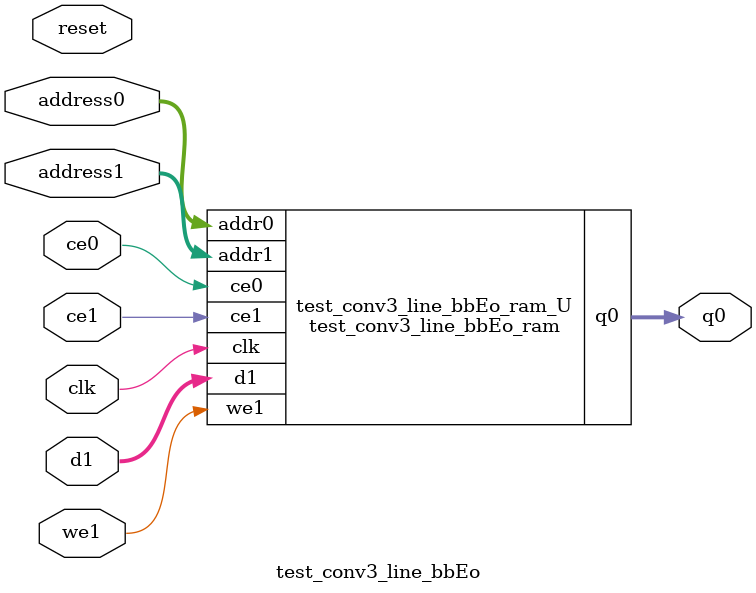
<source format=v>
`timescale 1 ns / 1 ps
module test_conv3_line_bbEo_ram (addr0, ce0, q0, addr1, ce1, d1, we1,  clk);

parameter DWIDTH = 4;
parameter AWIDTH = 7;
parameter MEM_SIZE = 82;

input[AWIDTH-1:0] addr0;
input ce0;
output reg[DWIDTH-1:0] q0;
input[AWIDTH-1:0] addr1;
input ce1;
input[DWIDTH-1:0] d1;
input we1;
input clk;

(* ram_style = "distributed" *)reg [DWIDTH-1:0] ram[0:MEM_SIZE-1];




always @(posedge clk)  
begin 
    if (ce0) begin
        q0 <= ram[addr0];
    end
end


always @(posedge clk)  
begin 
    if (ce1) begin
        if (we1) 
            ram[addr1] <= d1; 
    end
end


endmodule

`timescale 1 ns / 1 ps
module test_conv3_line_bbEo(
    reset,
    clk,
    address0,
    ce0,
    q0,
    address1,
    ce1,
    we1,
    d1);

parameter DataWidth = 32'd4;
parameter AddressRange = 32'd82;
parameter AddressWidth = 32'd7;
input reset;
input clk;
input[AddressWidth - 1:0] address0;
input ce0;
output[DataWidth - 1:0] q0;
input[AddressWidth - 1:0] address1;
input ce1;
input we1;
input[DataWidth - 1:0] d1;



test_conv3_line_bbEo_ram test_conv3_line_bbEo_ram_U(
    .clk( clk ),
    .addr0( address0 ),
    .ce0( ce0 ),
    .q0( q0 ),
    .addr1( address1 ),
    .ce1( ce1 ),
    .we1( we1 ),
    .d1( d1 ));

endmodule


</source>
